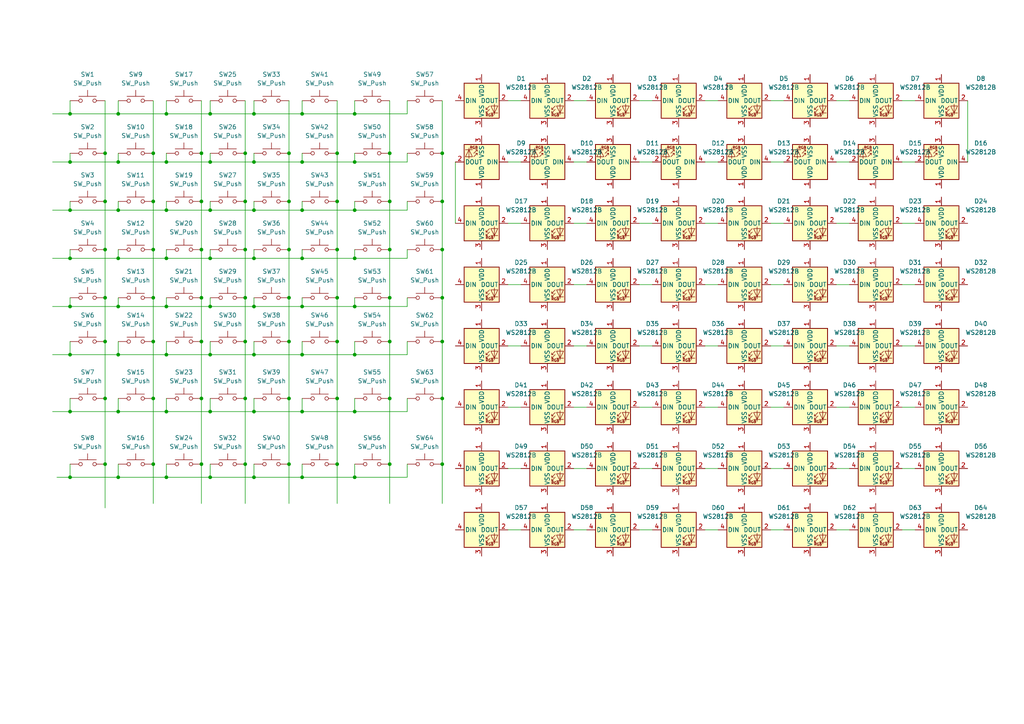
<source format=kicad_sch>
(kicad_sch (version 20250114) (generator "eeschema") (generator_version "9.0")
  (paper "A4")
  (lib_symbols
    (symbol "LED:WS2812B" (pin_names (offset 0.254))
      (property "Reference" "D" (at 5.08 5.715 0))
      (property "Value" "WS2812B" (at 1.27 -5.715 0))
      (symbol "WS2812B_0_0"
        (text "RGB" (at 2.286 -4.191 0) (effects (font (size 0.762 0.762))))
      )
      (symbol "WS2812B_1_1"
        (pin input line (at -7.62 0 0) (length 2.54) (name "DIN") (number "4"))
        (pin power_in line (at 0 7.62 270) (length 2.54) (name "VDD") (number "1"))
        (pin power_in line (at 0 -7.62 90) (length 2.54) (name "VSS") (number "3"))
        (pin output line (at 7.62 0 180) (length 2.54) (name "DOUT") (number "2"))
      )
    )
    (symbol "Switch:SW_Push" (pin_numbers (hide yes)) (pin_names (offset 1.016) (hide yes))
      (property "Reference" "SW" (at 1.27 2.54 0))
      (property "Value" "SW_Push" (at 0 -1.524 0))
      (symbol "SW_Push_0_1"
        (pin passive line (at -5.08 0 0) (length 2.54) (name "1") (number "1"))
        (pin passive line (at 5.08 0 180) (length 2.54) (name "2") (number "2"))
      )
    )
  )
  (junction (at 102.87 88.9))
  (junction (at 83.82 86.36))
  (junction (at 71.12 72.39))
  (junction (at 20.32 60.96))
  (junction (at 44.45 58.42))
  (junction (at 20.32 138.43))
  (junction (at 58.42 115.57))
  (junction (at 71.12 58.42))
  (junction (at 83.82 58.42))
  (junction (at 20.32 33.02))
  (junction (at 34.29 88.9))
  (junction (at 87.63 33.02))
  (junction (at 60.96 33.02))
  (junction (at 44.45 44.45))
  (junction (at 20.32 74.93))
  (junction (at 20.32 119.38))
  (junction (at 97.79 86.36))
  (junction (at 97.79 58.42))
  (junction (at 71.12 86.36))
  (junction (at 73.66 138.43))
  (junction (at 71.12 44.45))
  (junction (at 58.42 58.42))
  (junction (at 71.12 115.57))
  (junction (at 44.45 72.39))
  (junction (at 58.42 134.62))
  (junction (at 48.26 138.43))
  (junction (at 73.66 74.93))
  (junction (at 83.82 44.45))
  (junction (at 87.63 74.93))
  (junction (at 87.63 60.96))
  (junction (at 73.66 46.99))
  (junction (at 34.29 138.43))
  (junction (at 58.42 44.45))
  (junction (at 83.82 134.62))
  (junction (at 73.66 119.38))
  (junction (at 73.66 33.02))
  (junction (at 34.29 33.02))
  (junction (at 87.63 88.9))
  (junction (at 60.96 119.38))
  (junction (at 60.96 102.87))
  (junction (at 128.27 86.36))
  (junction (at 60.96 88.9))
  (junction (at 30.48 134.62))
  (junction (at 113.03 99.06))
  (junction (at 128.27 58.42))
  (junction (at 34.29 74.93))
  (junction (at 30.48 44.45))
  (junction (at 102.87 74.93))
  (junction (at 113.03 58.42))
  (junction (at 60.96 60.96))
  (junction (at 44.45 99.06))
  (junction (at 30.48 72.39))
  (junction (at 20.32 88.9))
  (junction (at 48.26 88.9))
  (junction (at 34.29 102.87))
  (junction (at 83.82 115.57))
  (junction (at 73.66 102.87))
  (junction (at 60.96 46.99))
  (junction (at 48.26 74.93))
  (junction (at 102.87 119.38))
  (junction (at 30.48 99.06))
  (junction (at 113.03 115.57))
  (junction (at 34.29 60.96))
  (junction (at 71.12 99.06))
  (junction (at 102.87 138.43))
  (junction (at 102.87 46.99))
  (junction (at 44.45 86.36))
  (junction (at 113.03 72.39))
  (junction (at 30.48 115.57))
  (junction (at 60.96 138.43))
  (junction (at 87.63 138.43))
  (junction (at 83.82 72.39))
  (junction (at 87.63 119.38))
  (junction (at 48.26 46.99))
  (junction (at 128.27 44.45))
  (junction (at 113.03 134.62))
  (junction (at 44.45 134.62))
  (junction (at 97.79 72.39))
  (junction (at 71.12 134.62))
  (junction (at 34.29 46.99))
  (junction (at 113.03 44.45))
  (junction (at 97.79 44.45))
  (junction (at 102.87 33.02))
  (junction (at 48.26 60.96))
  (junction (at 97.79 115.57))
  (junction (at 73.66 88.9))
  (junction (at 128.27 134.62))
  (junction (at 58.42 99.06))
  (junction (at 20.32 46.99))
  (junction (at 102.87 60.96))
  (junction (at 128.27 72.39))
  (junction (at 87.63 102.87))
  (junction (at 58.42 72.39))
  (junction (at 73.66 60.96))
  (junction (at 113.03 86.36))
  (junction (at 58.42 86.36))
  (junction (at 97.79 134.62))
  (junction (at 102.87 102.87))
  (junction (at 20.32 102.87))
  (junction (at 97.79 99.06))
  (junction (at 44.45 115.57))
  (junction (at 30.48 58.42))
  (junction (at 60.96 74.93))
  (junction (at 83.82 99.06))
  (junction (at 30.48 86.36))
  (junction (at 87.63 46.99))
  (junction (at 48.26 119.38))
  (junction (at 128.27 115.57))
  (junction (at 128.27 99.06))
  (junction (at 48.26 33.02))
  (junction (at 48.26 102.87))
  (junction (at 34.29 119.38))
  (wire (pts (xy 71.12 44.45) (xy 71.12 58.42)))
  (wire (pts (xy 71.12 134.62) (xy 71.12 146.05)))
  (wire (pts (xy 83.82 86.36) (xy 83.82 99.06)))
  (wire (pts (xy 30.48 72.39) (xy 30.48 86.36)))
  (wire (pts (xy 147.32 46.99) (xy 151.13 46.99)))
  (wire (pts (xy 118.11 138.43) (xy 118.11 134.62)))
  (wire (pts (xy 166.37 153.67) (xy 170.18 153.67)))
  (wire (pts (xy 113.03 29.21) (xy 113.03 44.45)))
  (wire (pts (xy 147.32 100.33) (xy 151.13 100.33)))
  (wire (pts (xy 34.29 60.96) (xy 48.26 60.96)))
  (wire (pts (xy 204.47 82.55) (xy 208.28 82.55)))
  (wire (pts (xy 147.32 135.89) (xy 151.13 135.89)))
  (wire (pts (xy 87.63 99.06) (xy 87.63 102.87)))
  (wire (pts (xy 73.66 60.96) (xy 87.63 60.96)))
  (wire (pts (xy 83.82 99.06) (xy 83.82 115.57)))
  (wire (pts (xy 58.42 115.57) (xy 58.42 134.62)))
  (wire (pts (xy 20.32 60.96) (xy 34.29 60.96)))
  (wire (pts (xy 242.57 135.89) (xy 246.38 135.89)))
  (wire (pts (xy 102.87 72.39) (xy 102.87 74.93)))
  (wire (pts (xy 58.42 29.21) (xy 58.42 44.45)))
  (wire (pts (xy 261.62 29.21) (xy 265.43 29.21)))
  (wire (pts (xy 15.24 102.87) (xy 20.32 102.87)))
  (wire (pts (xy 102.87 115.57) (xy 102.87 119.38)))
  (wire (pts (xy 15.24 88.9) (xy 20.32 88.9)))
  (wire (pts (xy 15.24 46.99) (xy 20.32 46.99)))
  (wire (pts (xy 223.52 29.21) (xy 227.33 29.21)))
  (wire (pts (xy 242.57 82.55) (xy 246.38 82.55)))
  (wire (pts (xy 20.32 88.9) (xy 34.29 88.9)))
  (wire (pts (xy 60.96 102.87) (xy 73.66 102.87)))
  (wire (pts (xy 87.63 74.93) (xy 102.87 74.93)))
  (wire (pts (xy 48.26 134.62) (xy 48.26 138.43)))
  (wire (pts (xy 30.48 58.42) (xy 30.48 72.39)))
  (wire (pts (xy 73.66 44.45) (xy 73.66 46.99)))
  (wire (pts (xy 113.03 134.62) (xy 113.03 146.05)))
  (wire (pts (xy 73.66 102.87) (xy 87.63 102.87)))
  (wire (pts (xy 60.96 74.93) (xy 73.66 74.93)))
  (wire (pts (xy 261.62 118.11) (xy 265.43 118.11)))
  (wire (pts (xy 261.62 135.89) (xy 265.43 135.89)))
  (wire (pts (xy 118.11 46.99) (xy 118.11 44.45)))
  (wire (pts (xy 204.47 46.99) (xy 208.28 46.99)))
  (wire (pts (xy 87.63 44.45) (xy 87.63 46.99)))
  (wire (pts (xy 128.27 99.06) (xy 128.27 115.57)))
  (wire (pts (xy 20.32 44.45) (xy 20.32 46.99)))
  (wire (pts (xy 87.63 86.36) (xy 87.63 88.9)))
  (wire (pts (xy 118.11 119.38) (xy 118.11 115.57)))
  (wire (pts (xy 261.62 82.55) (xy 265.43 82.55)))
  (wire (pts (xy 73.66 72.39) (xy 73.66 74.93)))
  (wire (pts (xy 118.11 102.87) (xy 118.11 99.06)))
  (wire (pts (xy 204.47 118.11) (xy 208.28 118.11)))
  (wire (pts (xy 223.52 100.33) (xy 227.33 100.33)))
  (wire (pts (xy 73.66 58.42) (xy 73.66 60.96)))
  (wire (pts (xy 34.29 46.99) (xy 48.26 46.99)))
  (wire (pts (xy 73.66 134.62) (xy 73.66 138.43)))
  (wire (pts (xy 60.96 33.02) (xy 73.66 33.02)))
  (wire (pts (xy 71.12 99.06) (xy 71.12 115.57)))
  (wire (pts (xy 102.87 119.38) (xy 118.11 119.38)))
  (wire (pts (xy 20.32 58.42) (xy 20.32 60.96)))
  (wire (pts (xy 60.96 29.21) (xy 60.96 33.02)))
  (wire (pts (xy 261.62 100.33) (xy 265.43 100.33)))
  (wire (pts (xy 48.26 74.93) (xy 60.96 74.93)))
  (wire (pts (xy 30.48 99.06) (xy 30.48 115.57)))
  (wire (pts (xy 118.11 33.02) (xy 118.11 29.21)))
  (wire (pts (xy 87.63 72.39) (xy 87.63 74.93)))
  (wire (pts (xy 73.66 88.9) (xy 87.63 88.9)))
  (wire (pts (xy 87.63 138.43) (xy 102.87 138.43)))
  (wire (pts (xy 102.87 99.06) (xy 102.87 102.87)))
  (wire (pts (xy 20.32 119.38) (xy 34.29 119.38)))
  (wire (pts (xy 48.26 29.21) (xy 48.26 33.02)))
  (wire (pts (xy 128.27 86.36) (xy 128.27 99.06)))
  (wire (pts (xy 261.62 153.67) (xy 265.43 153.67)))
  (wire (pts (xy 113.03 86.36) (xy 113.03 99.06)))
  (wire (pts (xy 113.03 99.06) (xy 113.03 115.57)))
  (wire (pts (xy 185.42 100.33) (xy 189.23 100.33)))
  (wire (pts (xy 87.63 58.42) (xy 87.63 60.96)))
  (wire (pts (xy 102.87 86.36) (xy 102.87 88.9)))
  (wire (pts (xy 60.96 58.42) (xy 60.96 60.96)))
  (wire (pts (xy 147.32 82.55) (xy 151.13 82.55)))
  (wire (pts (xy 20.32 46.99) (xy 34.29 46.99)))
  (wire (pts (xy 73.66 33.02) (xy 87.63 33.02)))
  (wire (pts (xy 204.47 64.77) (xy 208.28 64.77)))
  (wire (pts (xy 20.32 102.87) (xy 34.29 102.87)))
  (wire (pts (xy 30.48 44.45) (xy 30.48 58.42)))
  (wire (pts (xy 16.51 138.43) (xy 20.32 138.43)))
  (wire (pts (xy 83.82 44.45) (xy 83.82 58.42)))
  (wire (pts (xy 60.96 46.99) (xy 73.66 46.99)))
  (wire (pts (xy 185.42 82.55) (xy 189.23 82.55)))
  (wire (pts (xy 48.26 58.42) (xy 48.26 60.96)))
  (wire (pts (xy 44.45 99.06) (xy 44.45 115.57)))
  (wire (pts (xy 60.96 134.62) (xy 60.96 138.43)))
  (wire (pts (xy 166.37 46.99) (xy 170.18 46.99)))
  (wire (pts (xy 147.32 29.21) (xy 151.13 29.21)))
  (wire (pts (xy 102.87 102.87) (xy 118.11 102.87)))
  (wire (pts (xy 58.42 72.39) (xy 58.42 86.36)))
  (wire (pts (xy 48.26 60.96) (xy 60.96 60.96)))
  (wire (pts (xy 15.24 119.38) (xy 20.32 119.38)))
  (wire (pts (xy 185.42 64.77) (xy 189.23 64.77)))
  (wire (pts (xy 185.42 46.99) (xy 189.23 46.99)))
  (wire (pts (xy 73.66 119.38) (xy 87.63 119.38)))
  (wire (pts (xy 242.57 29.21) (xy 246.38 29.21)))
  (wire (pts (xy 83.82 115.57) (xy 83.82 134.62)))
  (wire (pts (xy 113.03 58.42) (xy 113.03 72.39)))
  (wire (pts (xy 185.42 118.11) (xy 189.23 118.11)))
  (wire (pts (xy 60.96 115.57) (xy 60.96 119.38)))
  (wire (pts (xy 223.52 153.67) (xy 227.33 153.67)))
  (wire (pts (xy 73.66 138.43) (xy 87.63 138.43)))
  (wire (pts (xy 44.45 29.21) (xy 44.45 44.45)))
  (wire (pts (xy 34.29 44.45) (xy 34.29 46.99)))
  (wire (pts (xy 83.82 58.42) (xy 83.82 72.39)))
  (wire (pts (xy 223.52 64.77) (xy 227.33 64.77)))
  (wire (pts (xy 97.79 99.06) (xy 97.79 115.57)))
  (wire (pts (xy 83.82 72.39) (xy 83.82 86.36)))
  (wire (pts (xy 223.52 118.11) (xy 227.33 118.11)))
  (wire (pts (xy 20.32 99.06) (xy 20.32 102.87)))
  (wire (pts (xy 34.29 115.57) (xy 34.29 119.38)))
  (wire (pts (xy 242.57 118.11) (xy 246.38 118.11)))
  (wire (pts (xy 60.96 99.06) (xy 60.96 102.87)))
  (wire (pts (xy 48.26 46.99) (xy 60.96 46.99)))
  (wire (pts (xy 48.26 88.9) (xy 60.96 88.9)))
  (wire (pts (xy 97.79 29.21) (xy 97.79 44.45)))
  (wire (pts (xy 71.12 115.57) (xy 71.12 134.62)))
  (wire (pts (xy 223.52 46.99) (xy 227.33 46.99)))
  (wire (pts (xy 102.87 134.62) (xy 102.87 138.43)))
  (wire (pts (xy 166.37 135.89) (xy 170.18 135.89)))
  (wire (pts (xy 87.63 88.9) (xy 102.87 88.9)))
  (wire (pts (xy 58.42 86.36) (xy 58.42 99.06)))
  (wire (pts (xy 73.66 74.93) (xy 87.63 74.93)))
  (wire (pts (xy 97.79 44.45) (xy 97.79 58.42)))
  (wire (pts (xy 48.26 99.06) (xy 48.26 102.87)))
  (wire (pts (xy 204.47 100.33) (xy 208.28 100.33)))
  (wire (pts (xy 113.03 72.39) (xy 113.03 86.36)))
  (wire (pts (xy 71.12 86.36) (xy 71.12 99.06)))
  (wire (pts (xy 30.48 29.21) (xy 30.48 44.45)))
  (wire (pts (xy 15.24 33.02) (xy 20.32 33.02)))
  (wire (pts (xy 118.11 86.36) (xy 118.11 88.9)))
  (wire (pts (xy 34.29 33.02) (xy 48.26 33.02)))
  (wire (pts (xy 102.87 29.21) (xy 102.87 33.02)))
  (wire (pts (xy 34.29 134.62) (xy 34.29 138.43)))
  (wire (pts (xy 60.96 138.43) (xy 73.66 138.43)))
  (wire (pts (xy 73.66 29.21) (xy 73.66 33.02)))
  (wire (pts (xy 71.12 58.42) (xy 71.12 72.39)))
  (wire (pts (xy 15.24 74.93) (xy 20.32 74.93)))
  (wire (pts (xy 185.42 153.67) (xy 189.23 153.67)))
  (wire (pts (xy 44.45 86.36) (xy 44.45 99.06)))
  (wire (pts (xy 147.32 64.77) (xy 151.13 64.77)))
  (wire (pts (xy 34.29 72.39) (xy 34.29 74.93)))
  (wire (pts (xy 73.66 46.99) (xy 87.63 46.99)))
  (wire (pts (xy 30.48 134.62) (xy 30.48 147.32)))
  (wire (pts (xy 102.87 46.99) (xy 118.11 46.99)))
  (wire (pts (xy 261.62 64.77) (xy 265.43 64.77)))
  (wire (pts (xy 128.27 29.21) (xy 128.27 44.45)))
  (wire (pts (xy 58.42 99.06) (xy 58.42 115.57)))
  (wire (pts (xy 102.87 74.93) (xy 118.11 74.93)))
  (wire (pts (xy 166.37 118.11) (xy 170.18 118.11)))
  (wire (pts (xy 185.42 29.21) (xy 189.23 29.21)))
  (wire (pts (xy 242.57 153.67) (xy 246.38 153.67)))
  (wire (pts (xy 15.24 60.96) (xy 20.32 60.96)))
  (wire (pts (xy 20.32 74.93) (xy 34.29 74.93)))
  (wire (pts (xy 128.27 115.57) (xy 128.27 134.62)))
  (wire (pts (xy 87.63 46.99) (xy 102.87 46.99)))
  (wire (pts (xy 132.08 46.99) (xy 132.08 64.77)))
  (wire (pts (xy 73.66 86.36) (xy 73.66 88.9)))
  (wire (pts (xy 83.82 134.62) (xy 83.82 146.05)))
  (wire (pts (xy 87.63 29.21) (xy 87.63 33.02)))
  (wire (pts (xy 44.45 134.62) (xy 44.45 146.05)))
  (wire (pts (xy 30.48 86.36) (xy 30.48 99.06)))
  (wire (pts (xy 166.37 64.77) (xy 170.18 64.77)))
  (wire (pts (xy 48.26 115.57) (xy 48.26 119.38)))
  (wire (pts (xy 34.29 88.9) (xy 48.26 88.9)))
  (wire (pts (xy 20.32 86.36) (xy 20.32 88.9)))
  (wire (pts (xy 48.26 33.02) (xy 60.96 33.02)))
  (wire (pts (xy 20.32 115.57) (xy 20.32 119.38)))
  (wire (pts (xy 48.26 86.36) (xy 48.26 88.9)))
  (wire (pts (xy 34.29 86.36) (xy 34.29 88.9)))
  (wire (pts (xy 102.87 60.96) (xy 118.11 60.96)))
  (wire (pts (xy 102.87 58.42) (xy 102.87 60.96)))
  (wire (pts (xy 20.32 134.62) (xy 20.32 138.43)))
  (wire (pts (xy 20.32 33.02) (xy 34.29 33.02)))
  (wire (pts (xy 185.42 135.89) (xy 189.23 135.89)))
  (wire (pts (xy 44.45 115.57) (xy 44.45 134.62)))
  (wire (pts (xy 147.32 118.11) (xy 151.13 118.11)))
  (wire (pts (xy 71.12 72.39) (xy 71.12 86.36)))
  (wire (pts (xy 34.29 99.06) (xy 34.29 102.87)))
  (wire (pts (xy 58.42 44.45) (xy 58.42 58.42)))
  (wire (pts (xy 102.87 44.45) (xy 102.87 46.99)))
  (wire (pts (xy 223.52 135.89) (xy 227.33 135.89)))
  (wire (pts (xy 102.87 88.9) (xy 118.11 88.9)))
  (wire (pts (xy 128.27 58.42) (xy 128.27 72.39)))
  (wire (pts (xy 87.63 102.87) (xy 102.87 102.87)))
  (wire (pts (xy 166.37 100.33) (xy 170.18 100.33)))
  (wire (pts (xy 97.79 58.42) (xy 97.79 72.39)))
  (wire (pts (xy 20.32 29.21) (xy 20.32 33.02)))
  (wire (pts (xy 87.63 60.96) (xy 102.87 60.96)))
  (wire (pts (xy 20.32 72.39) (xy 20.32 74.93)))
  (wire (pts (xy 60.96 119.38) (xy 73.66 119.38)))
  (wire (pts (xy 30.48 115.57) (xy 30.48 134.62)))
  (wire (pts (xy 58.42 58.42) (xy 58.42 72.39)))
  (wire (pts (xy 87.63 134.62) (xy 87.63 138.43)))
  (wire (pts (xy 113.03 115.57) (xy 113.03 134.62)))
  (wire (pts (xy 102.87 138.43) (xy 118.11 138.43)))
  (wire (pts (xy 166.37 82.55) (xy 170.18 82.55)))
  (wire (pts (xy 48.26 72.39) (xy 48.26 74.93)))
  (wire (pts (xy 73.66 99.06) (xy 73.66 102.87)))
  (wire (pts (xy 242.57 46.99) (xy 246.38 46.99)))
  (wire (pts (xy 34.29 74.93) (xy 48.26 74.93)))
  (wire (pts (xy 97.79 115.57) (xy 97.79 134.62)))
  (wire (pts (xy 261.62 46.99) (xy 265.43 46.99)))
  (wire (pts (xy 34.29 119.38) (xy 48.26 119.38)))
  (wire (pts (xy 58.42 134.62) (xy 58.42 146.05)))
  (wire (pts (xy 60.96 44.45) (xy 60.96 46.99)))
  (wire (pts (xy 166.37 29.21) (xy 170.18 29.21)))
  (wire (pts (xy 128.27 134.62) (xy 128.27 146.05)))
  (wire (pts (xy 20.32 138.43) (xy 34.29 138.43)))
  (wire (pts (xy 60.96 88.9) (xy 73.66 88.9)))
  (wire (pts (xy 48.26 138.43) (xy 60.96 138.43)))
  (wire (pts (xy 44.45 72.39) (xy 44.45 86.36)))
  (wire (pts (xy 34.29 29.21) (xy 34.29 33.02)))
  (wire (pts (xy 60.96 86.36) (xy 60.96 88.9)))
  (wire (pts (xy 48.26 44.45) (xy 48.26 46.99)))
  (wire (pts (xy 73.66 115.57) (xy 73.66 119.38)))
  (wire (pts (xy 87.63 119.38) (xy 102.87 119.38)))
  (wire (pts (xy 118.11 74.93) (xy 118.11 72.39)))
  (wire (pts (xy 204.47 153.67) (xy 208.28 153.67)))
  (wire (pts (xy 147.32 153.67) (xy 151.13 153.67)))
  (wire (pts (xy 128.27 72.39) (xy 128.27 86.36)))
  (wire (pts (xy 223.52 82.55) (xy 227.33 82.55)))
  (wire (pts (xy 44.45 44.45) (xy 44.45 58.42)))
  (wire (pts (xy 242.57 100.33) (xy 246.38 100.33)))
  (wire (pts (xy 34.29 138.43) (xy 48.26 138.43)))
  (wire (pts (xy 97.79 86.36) (xy 97.79 99.06)))
  (wire (pts (xy 87.63 115.57) (xy 87.63 119.38)))
  (wire (pts (xy 71.12 29.21) (xy 71.12 44.45)))
  (wire (pts (xy 128.27 44.45) (xy 128.27 58.42)))
  (wire (pts (xy 280.67 29.21) (xy 280.67 46.99)))
  (wire (pts (xy 48.26 102.87) (xy 60.96 102.87)))
  (wire (pts (xy 83.82 29.21) (xy 83.82 44.45)))
  (wire (pts (xy 44.45 58.42) (xy 44.45 72.39)))
  (wire (pts (xy 97.79 134.62) (xy 97.79 146.05)))
  (wire (pts (xy 87.63 33.02) (xy 102.87 33.02)))
  (wire (pts (xy 102.87 33.02) (xy 118.11 33.02)))
  (wire (pts (xy 34.29 58.42) (xy 34.29 60.96)))
  (wire (pts (xy 48.26 119.38) (xy 60.96 119.38)))
  (wire (pts (xy 204.47 135.89) (xy 208.28 135.89)))
  (wire (pts (xy 204.47 29.21) (xy 208.28 29.21)))
  (wire (pts (xy 97.79 72.39) (xy 97.79 86.36)))
  (wire (pts (xy 34.29 102.87) (xy 48.26 102.87)))
  (wire (pts (xy 113.03 44.45) (xy 113.03 58.42)))
  (wire (pts (xy 60.96 72.39) (xy 60.96 74.93)))
  (wire (pts (xy 118.11 58.42) (xy 118.11 60.96)))
  (wire (pts (xy 60.96 60.96) (xy 73.66 60.96)))
  (wire (pts (xy 242.57 64.77) (xy 246.38 64.77)))
  (symbol (lib_id "Switch:SW_Push") (at 78.74 115.57 0) (unit 1)
    (property "Reference" "SW39" (at 78.74 107.95 0))
    (property "Value" "SW_Push" (at 78.74 110.49 0))
    (property "Footprint" "mykbd:seat" (effects (hide yes)))
    (property "Description" "Push button switch, generic, two pins" (effects (hide yes)))
  )
  (symbol (lib_id "LED:WS2812B") (at 215.9 135.89 0) (unit 1)
    (property "Reference" "D53" (at 227.33 129.4698 0))
    (property "Value" "WS2812B" (at 227.33 132.0098 0))
    (property "Footprint" "LED_SMD:LED_WS2812B_PLCC4_5.0x5.0mm_P3.2mm" (effects (hide yes)))
    (property "Datasheet" "https://cdn-shop.adafruit.com/datasheets/WS2812B.pdf" (effects (hide yes)))
    (property "Description" "RGB LED with integrated controller" (effects (hide yes)))
  )
  (symbol (lib_id "LED:WS2812B") (at 177.8 82.55 0) (unit 1)
    (property "Reference" "D27" (at 189.23 76.1298 0))
    (property "Value" "WS2812B" (at 189.23 78.6698 0))
    (property "Footprint" "LED_SMD:LED_WS2812B_PLCC4_5.0x5.0mm_P3.2mm" (effects (hide yes)))
    (property "Datasheet" "https://cdn-shop.adafruit.com/datasheets/WS2812B.pdf" (effects (hide yes)))
    (property "Description" "RGB LED with integrated controller" (effects (hide yes)))
  )
  (symbol (lib_id "Switch:SW_Push") (at 123.19 72.39 0) (unit 1)
    (property "Reference" "SW60" (at 123.19 64.77 0))
    (property "Value" "SW_Push" (at 123.19 67.31 0))
    (property "Footprint" "mykbd:seat" (effects (hide yes)))
    (property "Description" "Push button switch, generic, two pins" (effects (hide yes)))
  )
  (symbol (lib_id "LED:WS2812B") (at 254 29.21 0) (unit 1)
    (property "Reference" "D7" (at 265.43 22.7898 0))
    (property "Value" "WS2812B" (at 265.43 25.3298 0))
    (property "Footprint" "LED_SMD:LED_WS2812B_PLCC4_5.0x5.0mm_P3.2mm" (effects (hide yes)))
    (property "Datasheet" "https://cdn-shop.adafruit.com/datasheets/WS2812B.pdf" (effects (hide yes)))
    (property "Description" "RGB LED with integrated controller" (effects (hide yes)))
  )
  (symbol (lib_id "Switch:SW_Push") (at 78.74 29.21 0) (unit 1)
    (property "Reference" "SW33" (at 78.74 21.59 0))
    (property "Value" "SW_Push" (at 78.74 24.13 0))
    (property "Footprint" "mykbd:seat" (effects (hide yes)))
    (property "Description" "Push button switch, generic, two pins" (effects (hide yes)))
  )
  (symbol (lib_id "LED:WS2812B") (at 158.75 100.33 0) (unit 1)
    (property "Reference" "D34" (at 170.18 93.9098 0))
    (property "Value" "WS2812B" (at 170.18 96.4498 0))
    (property "Footprint" "LED_SMD:LED_WS2812B_PLCC4_5.0x5.0mm_P3.2mm" (effects (hide yes)))
    (property "Datasheet" "https://cdn-shop.adafruit.com/datasheets/WS2812B.pdf" (effects (hide yes)))
    (property "Description" "RGB LED with integrated controller" (effects (hide yes)))
  )
  (symbol (lib_id "Switch:SW_Push") (at 107.95 134.62 0) (unit 1)
    (property "Reference" "SW56" (at 107.95 127 0))
    (property "Value" "SW_Push" (at 107.95 129.54 0))
    (property "Footprint" "mykbd:seat" (effects (hide yes)))
    (property "Description" "Push button switch, generic, two pins" (effects (hide yes)))
  )
  (symbol (lib_id "LED:WS2812B") (at 196.85 64.77 0) (unit 1)
    (property "Reference" "D20" (at 208.28 58.3498 0))
    (property "Value" "WS2812B" (at 208.28 60.8898 0))
    (property "Footprint" "LED_SMD:LED_WS2812B_PLCC4_5.0x5.0mm_P3.2mm" (effects (hide yes)))
    (property "Datasheet" "https://cdn-shop.adafruit.com/datasheets/WS2812B.pdf" (effects (hide yes)))
    (property "Description" "RGB LED with integrated controller" (effects (hide yes)))
  )
  (symbol (lib_id "Switch:SW_Push") (at 39.37 29.21 0) (unit 1)
    (property "Reference" "SW9" (at 39.37 21.59 0))
    (property "Value" "SW_Push" (at 39.37 24.13 0))
    (property "Footprint" "mykbd:seat" (effects (hide yes)))
    (property "Description" "Push button switch, generic, two pins" (effects (hide yes)))
  )
  (symbol (lib_id "Switch:SW_Push") (at 39.37 115.57 0) (unit 1)
    (property "Reference" "SW15" (at 39.37 107.95 0))
    (property "Value" "SW_Push" (at 39.37 110.49 0))
    (property "Footprint" "mykbd:seat" (effects (hide yes)))
    (property "Description" "Push button switch, generic, two pins" (effects (hide yes)))
  )
  (symbol (lib_id "LED:WS2812B") (at 158.75 46.99 180) (unit 1)
    (property "Reference" "D10" (at 170.18 41.5446 0))
    (property "Value" "WS2812B" (at 170.18 44.0846 0))
    (property "Footprint" "LED_SMD:LED_WS2812B_PLCC4_5.0x5.0mm_P3.2mm" (effects (hide yes)))
    (property "Datasheet" "https://cdn-shop.adafruit.com/datasheets/WS2812B.pdf" (effects (hide yes)))
    (property "Description" "RGB LED with integrated controller" (effects (hide yes)))
  )
  (symbol (lib_id "Switch:SW_Push") (at 107.95 58.42 0) (unit 1)
    (property "Reference" "SW51" (at 107.95 50.8 0))
    (property "Value" "SW_Push" (at 107.95 53.34 0))
    (property "Footprint" "mykbd:seat" (effects (hide yes)))
    (property "Description" "Push button switch, generic, two pins" (effects (hide yes)))
  )
  (symbol (lib_id "LED:WS2812B") (at 254 46.99 180) (unit 1)
    (property "Reference" "D15" (at 265.43 41.5446 0))
    (property "Value" "WS2812B" (at 265.43 44.0846 0))
    (property "Footprint" "LED_SMD:LED_WS2812B_PLCC4_5.0x5.0mm_P3.2mm" (effects (hide yes)))
    (property "Datasheet" "https://cdn-shop.adafruit.com/datasheets/WS2812B.pdf" (effects (hide yes)))
    (property "Description" "RGB LED with integrated controller" (effects (hide yes)))
  )
  (symbol (lib_id "LED:WS2812B") (at 273.05 46.99 180) (unit 1)
    (property "Reference" "D16" (at 284.48 41.5446 0))
    (property "Value" "WS2812B" (at 284.48 44.0846 0))
    (property "Footprint" "LED_SMD:LED_WS2812B_PLCC4_5.0x5.0mm_P3.2mm" (effects (hide yes)))
    (property "Datasheet" "https://cdn-shop.adafruit.com/datasheets/WS2812B.pdf" (effects (hide yes)))
    (property "Description" "RGB LED with integrated controller" (effects (hide yes)))
  )
  (symbol (lib_id "LED:WS2812B") (at 215.9 118.11 0) (unit 1)
    (property "Reference" "D45" (at 227.33 111.6898 0))
    (property "Value" "WS2812B" (at 227.33 114.2298 0))
    (property "Footprint" "LED_SMD:LED_WS2812B_PLCC4_5.0x5.0mm_P3.2mm" (effects (hide yes)))
    (property "Datasheet" "https://cdn-shop.adafruit.com/datasheets/WS2812B.pdf" (effects (hide yes)))
    (property "Description" "RGB LED with integrated controller" (effects (hide yes)))
  )
  (symbol (lib_id "Switch:SW_Push") (at 107.95 44.45 0) (unit 1)
    (property "Reference" "SW50" (at 107.95 36.83 0))
    (property "Value" "SW_Push" (at 107.95 39.37 0))
    (property "Footprint" "mykbd:seat" (effects (hide yes)))
    (property "Description" "Push button switch, generic, two pins" (effects (hide yes)))
  )
  (symbol (lib_id "Switch:SW_Push") (at 25.4 99.06 0) (unit 1)
    (property "Reference" "SW6" (at 25.4 91.44 0))
    (property "Value" "SW_Push" (at 25.4 93.98 0))
    (property "Footprint" "mykbd:seat" (effects (hide yes)))
    (property "Description" "Push button switch, generic, two pins" (effects (hide yes)))
  )
  (symbol (lib_id "LED:WS2812B") (at 139.7 29.21 0) (unit 1)
    (property "Reference" "D1" (at 151.13 22.7898 0))
    (property "Value" "WS2812B" (at 151.13 25.3298 0))
    (property "Footprint" "LED_SMD:LED_WS2812B_PLCC4_5.0x5.0mm_P3.2mm" (effects (hide yes)))
    (property "Datasheet" "https://cdn-shop.adafruit.com/datasheets/WS2812B.pdf" (effects (hide yes)))
    (property "Description" "RGB LED with integrated controller" (effects (hide yes)))
  )
  (symbol (lib_id "LED:WS2812B") (at 234.95 29.21 0) (unit 1)
    (property "Reference" "D6" (at 246.38 22.7898 0))
    (property "Value" "WS2812B" (at 246.38 25.3298 0))
    (property "Footprint" "LED_SMD:LED_WS2812B_PLCC4_5.0x5.0mm_P3.2mm" (effects (hide yes)))
    (property "Datasheet" "https://cdn-shop.adafruit.com/datasheets/WS2812B.pdf" (effects (hide yes)))
    (property "Description" "RGB LED with integrated controller" (effects (hide yes)))
  )
  (symbol (lib_id "Switch:SW_Push") (at 53.34 29.21 0) (unit 1)
    (property "Reference" "SW17" (at 53.34 21.59 0))
    (property "Value" "SW_Push" (at 53.34 24.13 0))
    (property "Footprint" "mykbd:seat" (effects (hide yes)))
    (property "Description" "Push button switch, generic, two pins" (effects (hide yes)))
  )
  (symbol (lib_id "Switch:SW_Push") (at 39.37 72.39 0) (unit 1)
    (property "Reference" "SW12" (at 39.37 64.77 0))
    (property "Value" "SW_Push" (at 39.37 67.31 0))
    (property "Footprint" "mykbd:seat" (effects (hide yes)))
    (property "Description" "Push button switch, generic, two pins" (effects (hide yes)))
  )
  (symbol (lib_id "LED:WS2812B") (at 177.8 153.67 0) (unit 1)
    (property "Reference" "D59" (at 189.23 147.2498 0))
    (property "Value" "WS2812B" (at 189.23 149.7898 0))
    (property "Footprint" "LED_SMD:LED_WS2812B_PLCC4_5.0x5.0mm_P3.2mm" (effects (hide yes)))
    (property "Datasheet" "https://cdn-shop.adafruit.com/datasheets/WS2812B.pdf" (effects (hide yes)))
    (property "Description" "RGB LED with integrated controller" (effects (hide yes)))
  )
  (symbol (lib_id "LED:WS2812B") (at 234.95 46.99 180) (unit 1)
    (property "Reference" "D14" (at 246.38 41.5446 0))
    (property "Value" "WS2812B" (at 246.38 44.0846 0))
    (property "Footprint" "LED_SMD:LED_WS2812B_PLCC4_5.0x5.0mm_P3.2mm" (effects (hide yes)))
    (property "Datasheet" "https://cdn-shop.adafruit.com/datasheets/WS2812B.pdf" (effects (hide yes)))
    (property "Description" "RGB LED with integrated controller" (effects (hide yes)))
  )
  (symbol (lib_id "Switch:SW_Push") (at 25.4 58.42 0) (unit 1)
    (property "Reference" "SW3" (at 25.4 50.8 0))
    (property "Value" "SW_Push" (at 25.4 53.34 0))
    (property "Footprint" "mykbd:seat" (effects (hide yes)))
    (property "Description" "Push button switch, generic, two pins" (effects (hide yes)))
  )
  (symbol (lib_id "Switch:SW_Push") (at 123.19 58.42 0) (unit 1)
    (property "Reference" "SW59" (at 123.19 50.8 0))
    (property "Value" "SW_Push" (at 123.19 53.34 0))
    (property "Footprint" "mykbd:seat" (effects (hide yes)))
    (property "Description" "Push button switch, generic, two pins" (effects (hide yes)))
  )
  (symbol (lib_id "Switch:SW_Push") (at 92.71 44.45 0) (unit 1)
    (property "Reference" "SW42" (at 92.71 36.83 0))
    (property "Value" "SW_Push" (at 92.71 39.37 0))
    (property "Footprint" "mykbd:seat" (effects (hide yes)))
    (property "Description" "Push button switch, generic, two pins" (effects (hide yes)))
  )
  (symbol (lib_id "LED:WS2812B") (at 215.9 29.21 0) (unit 1)
    (property "Reference" "D5" (at 227.33 22.7898 0))
    (property "Value" "WS2812B" (at 227.33 25.3298 0))
    (property "Footprint" "LED_SMD:LED_WS2812B_PLCC4_5.0x5.0mm_P3.2mm" (effects (hide yes)))
    (property "Datasheet" "https://cdn-shop.adafruit.com/datasheets/WS2812B.pdf" (effects (hide yes)))
    (property "Description" "RGB LED with integrated controller" (effects (hide yes)))
  )
  (symbol (lib_id "LED:WS2812B") (at 177.8 64.77 0) (unit 1)
    (property "Reference" "D19" (at 189.23 58.3498 0))
    (property "Value" "WS2812B" (at 189.23 60.8898 0))
    (property "Footprint" "LED_SMD:LED_WS2812B_PLCC4_5.0x5.0mm_P3.2mm" (effects (hide yes)))
    (property "Datasheet" "https://cdn-shop.adafruit.com/datasheets/WS2812B.pdf" (effects (hide yes)))
    (property "Description" "RGB LED with integrated controller" (effects (hide yes)))
  )
  (symbol (lib_id "Switch:SW_Push") (at 39.37 99.06 0) (unit 1)
    (property "Reference" "SW14" (at 39.37 91.44 0))
    (property "Value" "SW_Push" (at 39.37 93.98 0))
    (property "Footprint" "mykbd:seat" (effects (hide yes)))
    (property "Description" "Push button switch, generic, two pins" (effects (hide yes)))
  )
  (symbol (lib_id "LED:WS2812B") (at 177.8 118.11 0) (unit 1)
    (property "Reference" "D43" (at 189.23 111.6898 0))
    (property "Value" "WS2812B" (at 189.23 114.2298 0))
    (property "Footprint" "LED_SMD:LED_WS2812B_PLCC4_5.0x5.0mm_P3.2mm" (effects (hide yes)))
    (property "Datasheet" "https://cdn-shop.adafruit.com/datasheets/WS2812B.pdf" (effects (hide yes)))
    (property "Description" "RGB LED with integrated controller" (effects (hide yes)))
  )
  (symbol (lib_id "LED:WS2812B") (at 196.85 100.33 0) (unit 1)
    (property "Reference" "D36" (at 208.28 93.9098 0))
    (property "Value" "WS2812B" (at 208.28 96.4498 0))
    (property "Footprint" "LED_SMD:LED_WS2812B_PLCC4_5.0x5.0mm_P3.2mm" (effects (hide yes)))
    (property "Datasheet" "https://cdn-shop.adafruit.com/datasheets/WS2812B.pdf" (effects (hide yes)))
    (property "Description" "RGB LED with integrated controller" (effects (hide yes)))
  )
  (symbol (lib_id "Switch:SW_Push") (at 53.34 58.42 0) (unit 1)
    (property "Reference" "SW19" (at 53.34 50.8 0))
    (property "Value" "SW_Push" (at 53.34 53.34 0))
    (property "Footprint" "mykbd:seat" (effects (hide yes)))
    (property "Description" "Push button switch, generic, two pins" (effects (hide yes)))
  )
  (symbol (lib_id "Switch:SW_Push") (at 78.74 72.39 0) (unit 1)
    (property "Reference" "SW36" (at 78.74 64.77 0))
    (property "Value" "SW_Push" (at 78.74 67.31 0))
    (property "Footprint" "mykbd:seat" (effects (hide yes)))
    (property "Description" "Push button switch, generic, two pins" (effects (hide yes)))
  )
  (symbol (lib_id "Switch:SW_Push") (at 39.37 44.45 0) (unit 1)
    (property "Reference" "SW10" (at 39.37 36.83 0))
    (property "Value" "SW_Push" (at 39.37 39.37 0))
    (property "Footprint" "mykbd:seat" (effects (hide yes)))
    (property "Description" "Push button switch, generic, two pins" (effects (hide yes)))
  )
  (symbol (lib_id "Switch:SW_Push") (at 39.37 134.62 0) (unit 1)
    (property "Reference" "SW16" (at 39.37 127 0))
    (property "Value" "SW_Push" (at 39.37 129.54 0))
    (property "Footprint" "mykbd:seat" (effects (hide yes)))
    (property "Description" "Push button switch, generic, two pins" (effects (hide yes)))
  )
  (symbol (lib_id "Switch:SW_Push") (at 92.71 29.21 0) (unit 1)
    (property "Reference" "SW41" (at 92.71 21.59 0))
    (property "Value" "SW_Push" (at 92.71 24.13 0))
    (property "Footprint" "mykbd:seat" (effects (hide yes)))
    (property "Description" "Push button switch, generic, two pins" (effects (hide yes)))
  )
  (symbol (lib_id "LED:WS2812B") (at 177.8 46.99 180) (unit 1)
    (property "Reference" "D11" (at 189.23 41.5446 0))
    (property "Value" "WS2812B" (at 189.23 44.0846 0))
    (property "Footprint" "LED_SMD:LED_WS2812B_PLCC4_5.0x5.0mm_P3.2mm" (effects (hide yes)))
    (property "Datasheet" "https://cdn-shop.adafruit.com/datasheets/WS2812B.pdf" (effects (hide yes)))
    (property "Description" "RGB LED with integrated controller" (effects (hide yes)))
  )
  (symbol (lib_id "Switch:SW_Push") (at 92.71 134.62 0) (unit 1)
    (property "Reference" "SW48" (at 92.71 127 0))
    (property "Value" "SW_Push" (at 92.71 129.54 0))
    (property "Footprint" "mykbd:seat" (effects (hide yes)))
    (property "Description" "Push button switch, generic, two pins" (effects (hide yes)))
  )
  (symbol (lib_id "LED:WS2812B") (at 177.8 100.33 0) (unit 1)
    (property "Reference" "D35" (at 189.23 93.9098 0))
    (property "Value" "WS2812B" (at 189.23 96.4498 0))
    (property "Footprint" "LED_SMD:LED_WS2812B_PLCC4_5.0x5.0mm_P3.2mm" (effects (hide yes)))
    (property "Datasheet" "https://cdn-shop.adafruit.com/datasheets/WS2812B.pdf" (effects (hide yes)))
    (property "Description" "RGB LED with integrated controller" (effects (hide yes)))
  )
  (symbol (lib_id "Switch:SW_Push") (at 92.71 72.39 0) (unit 1)
    (property "Reference" "SW44" (at 92.71 64.77 0))
    (property "Value" "SW_Push" (at 92.71 67.31 0))
    (property "Footprint" "mykbd:seat" (effects (hide yes)))
    (property "Description" "Push button switch, generic, two pins" (effects (hide yes)))
  )
  (symbol (lib_id "LED:WS2812B") (at 215.9 82.55 0) (unit 1)
    (property "Reference" "D29" (at 227.33 76.1298 0))
    (property "Value" "WS2812B" (at 227.33 78.6698 0))
    (property "Footprint" "LED_SMD:LED_WS2812B_PLCC4_5.0x5.0mm_P3.2mm" (effects (hide yes)))
    (property "Datasheet" "https://cdn-shop.adafruit.com/datasheets/WS2812B.pdf" (effects (hide yes)))
    (property "Description" "RGB LED with integrated controller" (effects (hide yes)))
  )
  (symbol (lib_id "LED:WS2812B") (at 215.9 100.33 0) (unit 1)
    (property "Reference" "D37" (at 227.33 93.9098 0))
    (property "Value" "WS2812B" (at 227.33 96.4498 0))
    (property "Footprint" "LED_SMD:LED_WS2812B_PLCC4_5.0x5.0mm_P3.2mm" (effects (hide yes)))
    (property "Datasheet" "https://cdn-shop.adafruit.com/datasheets/WS2812B.pdf" (effects (hide yes)))
    (property "Description" "RGB LED with integrated controller" (effects (hide yes)))
  )
  (symbol (lib_id "LED:WS2812B") (at 158.75 153.67 0) (unit 1)
    (property "Reference" "D58" (at 170.18 147.2498 0))
    (property "Value" "WS2812B" (at 170.18 149.7898 0))
    (property "Footprint" "LED_SMD:LED_WS2812B_PLCC4_5.0x5.0mm_P3.2mm" (effects (hide yes)))
    (property "Datasheet" "https://cdn-shop.adafruit.com/datasheets/WS2812B.pdf" (effects (hide yes)))
    (property "Description" "RGB LED with integrated controller" (effects (hide yes)))
  )
  (symbol (lib_id "LED:WS2812B") (at 139.7 64.77 0) (unit 1)
    (property "Reference" "D17" (at 151.13 58.3498 0))
    (property "Value" "WS2812B" (at 151.13 60.8898 0))
    (property "Footprint" "LED_SMD:LED_WS2812B_PLCC4_5.0x5.0mm_P3.2mm" (effects (hide yes)))
    (property "Datasheet" "https://cdn-shop.adafruit.com/datasheets/WS2812B.pdf" (effects (hide yes)))
    (property "Description" "RGB LED with integrated controller" (effects (hide yes)))
  )
  (symbol (lib_id "LED:WS2812B") (at 139.7 153.67 0) (unit 1)
    (property "Reference" "D57" (at 151.13 147.2498 0))
    (property "Value" "WS2812B" (at 151.13 149.7898 0))
    (property "Footprint" "LED_SMD:LED_WS2812B_PLCC4_5.0x5.0mm_P3.2mm" (effects (hide yes)))
    (property "Datasheet" "https://cdn-shop.adafruit.com/datasheets/WS2812B.pdf" (effects (hide yes)))
    (property "Description" "RGB LED with integrated controller" (effects (hide yes)))
  )
  (symbol (lib_id "Switch:SW_Push") (at 107.95 86.36 0) (unit 1)
    (property "Reference" "SW53" (at 107.95 78.74 0))
    (property "Value" "SW_Push" (at 107.95 81.28 0))
    (property "Footprint" "mykbd:seat" (effects (hide yes)))
    (property "Description" "Push button switch, generic, two pins" (effects (hide yes)))
  )
  (symbol (lib_id "LED:WS2812B") (at 273.05 64.77 0) (unit 1)
    (property "Reference" "D24" (at 284.48 58.3498 0))
    (property "Value" "WS2812B" (at 284.48 60.8898 0))
    (property "Footprint" "LED_SMD:LED_WS2812B_PLCC4_5.0x5.0mm_P3.2mm" (effects (hide yes)))
    (property "Datasheet" "https://cdn-shop.adafruit.com/datasheets/WS2812B.pdf" (effects (hide yes)))
    (property "Description" "RGB LED with integrated controller" (effects (hide yes)))
  )
  (symbol (lib_id "Switch:SW_Push") (at 25.4 134.62 0) (unit 1)
    (property "Reference" "SW8" (at 25.4 127 0))
    (property "Value" "SW_Push" (at 25.4 129.54 0))
    (property "Footprint" "mykbd:seat" (effects (hide yes)))
    (property "Description" "Push button switch, generic, two pins" (effects (hide yes)))
  )
  (symbol (lib_id "Switch:SW_Push") (at 123.19 44.45 0) (unit 1)
    (property "Reference" "SW58" (at 123.19 36.83 0))
    (property "Value" "SW_Push" (at 123.19 39.37 0))
    (property "Footprint" "mykbd:seat" (effects (hide yes)))
    (property "Description" "Push button switch, generic, two pins" (effects (hide yes)))
  )
  (symbol (lib_id "LED:WS2812B") (at 158.75 135.89 0) (unit 1)
    (property "Reference" "D50" (at 170.18 129.4698 0))
    (property "Value" "WS2812B" (at 170.18 132.0098 0))
    (property "Footprint" "LED_SMD:LED_WS2812B_PLCC4_5.0x5.0mm_P3.2mm" (effects (hide yes)))
    (property "Datasheet" "https://cdn-shop.adafruit.com/datasheets/WS2812B.pdf" (effects (hide yes)))
    (property "Description" "RGB LED with integrated controller" (effects (hide yes)))
  )
  (symbol (lib_id "Switch:SW_Push") (at 78.74 99.06 0) (unit 1)
    (property "Reference" "SW38" (at 78.74 91.44 0))
    (property "Value" "SW_Push" (at 78.74 93.98 0))
    (property "Footprint" "mykbd:seat" (effects (hide yes)))
    (property "Description" "Push button switch, generic, two pins" (effects (hide yes)))
  )
  (symbol (lib_id "Switch:SW_Push") (at 78.74 58.42 0) (unit 1)
    (property "Reference" "SW35" (at 78.74 50.8 0))
    (property "Value" "SW_Push" (at 78.74 53.34 0))
    (property "Footprint" "mykbd:seat" (effects (hide yes)))
    (property "Description" "Push button switch, generic, two pins" (effects (hide yes)))
  )
  (symbol (lib_id "Switch:SW_Push") (at 123.19 134.62 0) (unit 1)
    (property "Reference" "SW64" (at 123.19 127 0))
    (property "Value" "SW_Push" (at 123.19 129.54 0))
    (property "Footprint" "mykbd:seat" (effects (hide yes)))
    (property "Description" "Push button switch, generic, two pins" (effects (hide yes)))
  )
  (symbol (lib_id "Switch:SW_Push") (at 66.04 72.39 0) (unit 1)
    (property "Reference" "SW28" (at 66.04 64.77 0))
    (property "Value" "SW_Push" (at 66.04 67.31 0))
    (property "Footprint" "mykbd:seat" (effects (hide yes)))
    (property "Description" "Push button switch, generic, two pins" (effects (hide yes)))
  )
  (symbol (lib_id "Switch:SW_Push") (at 25.4 86.36 0) (unit 1)
    (property "Reference" "SW5" (at 25.4 78.74 0))
    (property "Value" "SW_Push" (at 25.4 81.28 0))
    (property "Footprint" "mykbd:seat" (effects (hide yes)))
    (property "Description" "Push button switch, generic, two pins" (effects (hide yes)))
  )
  (symbol (lib_id "LED:WS2812B") (at 196.85 82.55 0) (unit 1)
    (property "Reference" "D28" (at 208.28 76.1298 0))
    (property "Value" "WS2812B" (at 208.28 78.6698 0))
    (property "Footprint" "LED_SMD:LED_WS2812B_PLCC4_5.0x5.0mm_P3.2mm" (effects (hide yes)))
    (property "Datasheet" "https://cdn-shop.adafruit.com/datasheets/WS2812B.pdf" (effects (hide yes)))
    (property "Description" "RGB LED with integrated controller" (effects (hide yes)))
  )
  (symbol (lib_id "Switch:SW_Push") (at 123.19 115.57 0) (unit 1)
    (property "Reference" "SW63" (at 123.19 107.95 0))
    (property "Value" "SW_Push" (at 123.19 110.49 0))
    (property "Footprint" "mykbd:seat" (effects (hide yes)))
    (property "Description" "Push button switch, generic, two pins" (effects (hide yes)))
  )
  (symbol (lib_id "Switch:SW_Push") (at 66.04 86.36 0) (unit 1)
    (property "Reference" "SW29" (at 66.04 78.74 0))
    (property "Value" "SW_Push" (at 66.04 81.28 0))
    (property "Footprint" "mykbd:seat" (effects (hide yes)))
    (property "Description" "Push button switch, generic, two pins" (effects (hide yes)))
  )
  (symbol (lib_id "Switch:SW_Push") (at 78.74 86.36 0) (unit 1)
    (property "Reference" "SW37" (at 78.74 78.74 0))
    (property "Value" "SW_Push" (at 78.74 81.28 0))
    (property "Footprint" "mykbd:seat" (effects (hide yes)))
    (property "Description" "Push button switch, generic, two pins" (effects (hide yes)))
  )
  (symbol (lib_id "LED:WS2812B") (at 234.95 153.67 0) (unit 1)
    (property "Reference" "D62" (at 246.38 147.2498 0))
    (property "Value" "WS2812B" (at 246.38 149.7898 0))
    (property "Footprint" "LED_SMD:LED_WS2812B_PLCC4_5.0x5.0mm_P3.2mm" (effects (hide yes)))
    (property "Datasheet" "https://cdn-shop.adafruit.com/datasheets/WS2812B.pdf" (effects (hide yes)))
    (property "Description" "RGB LED with integrated controller" (effects (hide yes)))
  )
  (symbol (lib_id "LED:WS2812B") (at 158.75 29.21 0) (unit 1)
    (property "Reference" "D2" (at 170.18 22.7898 0))
    (property "Value" "WS2812B" (at 170.18 25.3298 0))
    (property "Footprint" "LED_SMD:LED_WS2812B_PLCC4_5.0x5.0mm_P3.2mm" (effects (hide yes)))
    (property "Datasheet" "https://cdn-shop.adafruit.com/datasheets/WS2812B.pdf" (effects (hide yes)))
    (property "Description" "RGB LED with integrated controller" (effects (hide yes)))
  )
  (symbol (lib_id "Switch:SW_Push") (at 25.4 44.45 0) (unit 1)
    (property "Reference" "SW2" (at 25.4 36.83 0))
    (property "Value" "SW_Push" (at 25.4 39.37 0))
    (property "Footprint" "mykbd:seat" (effects (hide yes)))
    (property "Description" "Push button switch, generic, two pins" (effects (hide yes)))
  )
  (symbol (lib_id "Switch:SW_Push") (at 107.95 29.21 0) (unit 1)
    (property "Reference" "SW49" (at 107.95 21.59 0))
    (property "Value" "SW_Push" (at 107.95 24.13 0))
    (property "Footprint" "mykbd:seat" (effects (hide yes)))
    (property "Description" "Push button switch, generic, two pins" (effects (hide yes)))
  )
  (symbol (lib_id "LED:WS2812B") (at 177.8 29.21 0) (unit 1)
    (property "Reference" "D3" (at 189.23 22.7898 0))
    (property "Value" "WS2812B" (at 189.23 25.3298 0))
    (property "Footprint" "LED_SMD:LED_WS2812B_PLCC4_5.0x5.0mm_P3.2mm" (effects (hide yes)))
    (property "Datasheet" "https://cdn-shop.adafruit.com/datasheets/WS2812B.pdf" (effects (hide yes)))
    (property "Description" "RGB LED with integrated controller" (effects (hide yes)))
  )
  (symbol (lib_id "Switch:SW_Push") (at 53.34 99.06 0) (unit 1)
    (property "Reference" "SW22" (at 53.34 91.44 0))
    (property "Value" "SW_Push" (at 53.34 93.98 0))
    (property "Footprint" "mykbd:seat" (effects (hide yes)))
    (property "Description" "Push button switch, generic, two pins" (effects (hide yes)))
  )
  (symbol (lib_id "LED:WS2812B") (at 139.7 135.89 0) (unit 1)
    (property "Reference" "D49" (at 151.13 129.4698 0))
    (property "Value" "WS2812B" (at 151.13 132.0098 0))
    (property "Footprint" "LED_SMD:LED_WS2812B_PLCC4_5.0x5.0mm_P3.2mm" (effects (hide yes)))
    (property "Datasheet" "https://cdn-shop.adafruit.com/datasheets/WS2812B.pdf" (effects (hide yes)))
    (property "Description" "RGB LED with integrated controller" (effects (hide yes)))
  )
  (symbol (lib_id "LED:WS2812B") (at 254 82.55 0) (unit 1)
    (property "Reference" "D31" (at 265.43 76.1298 0))
    (property "Value" "WS2812B" (at 265.43 78.6698 0))
    (property "Footprint" "LED_SMD:LED_WS2812B_PLCC4_5.0x5.0mm_P3.2mm" (effects (hide yes)))
    (property "Datasheet" "https://cdn-shop.adafruit.com/datasheets/WS2812B.pdf" (effects (hide yes)))
    (property "Description" "RGB LED with integrated controller" (effects (hide yes)))
  )
  (symbol (lib_id "LED:WS2812B") (at 234.95 64.77 0) (unit 1)
    (property "Reference" "D22" (at 246.38 58.3498 0))
    (property "Value" "WS2812B" (at 246.38 60.8898 0))
    (property "Footprint" "LED_SMD:LED_WS2812B_PLCC4_5.0x5.0mm_P3.2mm" (effects (hide yes)))
    (property "Datasheet" "https://cdn-shop.adafruit.com/datasheets/WS2812B.pdf" (effects (hide yes)))
    (property "Description" "RGB LED with integrated controller" (effects (hide yes)))
  )
  (symbol (lib_id "Switch:SW_Push") (at 107.95 115.57 0) (unit 1)
    (property "Reference" "SW55" (at 107.95 107.95 0))
    (property "Value" "SW_Push" (at 107.95 110.49 0))
    (property "Footprint" "mykbd:seat" (effects (hide yes)))
    (property "Description" "Push button switch, generic, two pins" (effects (hide yes)))
  )
  (symbol (lib_id "Switch:SW_Push") (at 107.95 72.39 0) (unit 1)
    (property "Reference" "SW52" (at 107.95 64.77 0))
    (property "Value" "SW_Push" (at 107.95 67.31 0))
    (property "Footprint" "mykbd:seat" (effects (hide yes)))
    (property "Description" "Push button switch, generic, two pins" (effects (hide yes)))
  )
  (symbol (lib_id "Switch:SW_Push") (at 66.04 44.45 0) (unit 1)
    (property "Reference" "SW26" (at 66.04 36.83 0))
    (property "Value" "SW_Push" (at 66.04 39.37 0))
    (property "Footprint" "mykbd:seat" (effects (hide yes)))
    (property "Description" "Push button switch, generic, two pins" (effects (hide yes)))
  )
  (symbol (lib_id "Switch:SW_Push") (at 92.71 86.36 0) (unit 1)
    (property "Reference" "SW45" (at 92.71 78.74 0))
    (property "Value" "SW_Push" (at 92.71 81.28 0))
    (property "Footprint" "mykbd:seat" (effects (hide yes)))
    (property "Description" "Push button switch, generic, two pins" (effects (hide yes)))
  )
  (symbol (lib_id "Switch:SW_Push") (at 123.19 86.36 0) (unit 1)
    (property "Reference" "SW61" (at 123.19 78.74 0))
    (property "Value" "SW_Push" (at 123.19 81.28 0))
    (property "Footprint" "mykbd:seat" (effects (hide yes)))
    (property "Description" "Push button switch, generic, two pins" (effects (hide yes)))
  )
  (symbol (lib_id "LED:WS2812B") (at 196.85 46.99 180) (unit 1)
    (property "Reference" "D12" (at 208.28 41.5446 0))
    (property "Value" "WS2812B" (at 208.28 44.0846 0))
    (property "Footprint" "LED_SMD:LED_WS2812B_PLCC4_5.0x5.0mm_P3.2mm" (effects (hide yes)))
    (property "Datasheet" "https://cdn-shop.adafruit.com/datasheets/WS2812B.pdf" (effects (hide yes)))
    (property "Description" "RGB LED with integrated controller" (effects (hide yes)))
  )
  (symbol (lib_id "Switch:SW_Push") (at 53.34 134.62 0) (unit 1)
    (property "Reference" "SW24" (at 53.34 127 0))
    (property "Value" "SW_Push" (at 53.34 129.54 0))
    (property "Footprint" "mykbd:seat" (effects (hide yes)))
    (property "Description" "Push button switch, generic, two pins" (effects (hide yes)))
  )
  (symbol (lib_id "LED:WS2812B") (at 273.05 118.11 0) (unit 1)
    (property "Reference" "D48" (at 284.48 111.6898 0))
    (property "Value" "WS2812B" (at 284.48 114.2298 0))
    (property "Footprint" "LED_SMD:LED_WS2812B_PLCC4_5.0x5.0mm_P3.2mm" (effects (hide yes)))
    (property "Datasheet" "https://cdn-shop.adafruit.com/datasheets/WS2812B.pdf" (effects (hide yes)))
    (property "Description" "RGB LED with integrated controller" (effects (hide yes)))
  )
  (symbol (lib_id "LED:WS2812B") (at 234.95 118.11 0) (unit 1)
    (property "Reference" "D46" (at 246.38 111.6898 0))
    (property "Value" "WS2812B" (at 246.38 114.2298 0))
    (property "Footprint" "LED_SMD:LED_WS2812B_PLCC4_5.0x5.0mm_P3.2mm" (effects (hide yes)))
    (property "Datasheet" "https://cdn-shop.adafruit.com/datasheets/WS2812B.pdf" (effects (hide yes)))
    (property "Description" "RGB LED with integrated controller" (effects (hide yes)))
  )
  (symbol (lib_id "LED:WS2812B") (at 273.05 29.21 0) (unit 1)
    (property "Reference" "D8" (at 284.48 22.7898 0))
    (property "Value" "WS2812B" (at 284.48 25.3298 0))
    (property "Footprint" "LED_SMD:LED_WS2812B_PLCC4_5.0x5.0mm_P3.2mm" (effects (hide yes)))
    (property "Datasheet" "https://cdn-shop.adafruit.com/datasheets/WS2812B.pdf" (effects (hide yes)))
    (property "Description" "RGB LED with integrated controller" (effects (hide yes)))
  )
  (symbol (lib_id "LED:WS2812B") (at 158.75 64.77 0) (unit 1)
    (property "Reference" "D18" (at 170.18 58.3498 0))
    (property "Value" "WS2812B" (at 170.18 60.8898 0))
    (property "Footprint" "LED_SMD:LED_WS2812B_PLCC4_5.0x5.0mm_P3.2mm" (effects (hide yes)))
    (property "Datasheet" "https://cdn-shop.adafruit.com/datasheets/WS2812B.pdf" (effects (hide yes)))
    (property "Description" "RGB LED with integrated controller" (effects (hide yes)))
  )
  (symbol (lib_id "Switch:SW_Push") (at 25.4 115.57 0) (unit 1)
    (property "Reference" "SW7" (at 25.4 107.95 0))
    (property "Value" "SW_Push" (at 25.4 110.49 0))
    (property "Footprint" "mykbd:seat" (effects (hide yes)))
    (property "Description" "Push button switch, generic, two pins" (effects (hide yes)))
  )
  (symbol (lib_id "Switch:SW_Push") (at 78.74 44.45 0) (unit 1)
    (property "Reference" "SW34" (at 78.74 36.83 0))
    (property "Value" "SW_Push" (at 78.74 39.37 0))
    (property "Footprint" "mykbd:seat" (effects (hide yes)))
    (property "Description" "Push button switch, generic, two pins" (effects (hide yes)))
  )
  (symbol (lib_id "Switch:SW_Push") (at 53.34 115.57 0) (unit 1)
    (property "Reference" "SW23" (at 53.34 107.95 0))
    (property "Value" "SW_Push" (at 53.34 110.49 0))
    (property "Footprint" "mykbd:seat" (effects (hide yes)))
    (property "Description" "Push button switch, generic, two pins" (effects (hide yes)))
  )
  (symbol (lib_id "LED:WS2812B") (at 196.85 135.89 0) (unit 1)
    (property "Reference" "D52" (at 208.28 129.4698 0))
    (property "Value" "WS2812B" (at 208.28 132.0098 0))
    (property "Footprint" "LED_SMD:LED_WS2812B_PLCC4_5.0x5.0mm_P3.2mm" (effects (hide yes)))
    (property "Datasheet" "https://cdn-shop.adafruit.com/datasheets/WS2812B.pdf" (effects (hide yes)))
    (property "Description" "RGB LED with integrated controller" (effects (hide yes)))
  )
  (symbol (lib_id "LED:WS2812B") (at 158.75 118.11 0) (unit 1)
    (property "Reference" "D42" (at 170.18 111.6898 0))
    (property "Value" "WS2812B" (at 170.18 114.2298 0))
    (property "Footprint" "LED_SMD:LED_WS2812B_PLCC4_5.0x5.0mm_P3.2mm" (effects (hide yes)))
    (property "Datasheet" "https://cdn-shop.adafruit.com/datasheets/WS2812B.pdf" (effects (hide yes)))
    (property "Description" "RGB LED with integrated controller" (effects (hide yes)))
  )
  (symbol (lib_id "Switch:SW_Push") (at 53.34 86.36 0) (unit 1)
    (property "Reference" "SW21" (at 53.34 78.74 0))
    (property "Value" "SW_Push" (at 53.34 81.28 0))
    (property "Footprint" "mykbd:seat" (effects (hide yes)))
    (property "Description" "Push button switch, generic, two pins" (effects (hide yes)))
  )
  (symbol (lib_id "LED:WS2812B") (at 196.85 118.11 0) (unit 1)
    (property "Reference" "D44" (at 208.28 111.6898 0))
    (property "Value" "WS2812B" (at 208.28 114.2298 0))
    (property "Footprint" "LED_SMD:LED_WS2812B_PLCC4_5.0x5.0mm_P3.2mm" (effects (hide yes)))
    (property "Datasheet" "https://cdn-shop.adafruit.com/datasheets/WS2812B.pdf" (effects (hide yes)))
    (property "Description" "RGB LED with integrated controller" (effects (hide yes)))
  )
  (symbol (lib_id "LED:WS2812B") (at 273.05 135.89 0) (unit 1)
    (property "Reference" "D56" (at 284.48 129.4698 0))
    (property "Value" "WS2812B" (at 284.48 132.0098 0))
    (property "Footprint" "LED_SMD:LED_WS2812B_PLCC4_5.0x5.0mm_P3.2mm" (effects (hide yes)))
    (property "Datasheet" "https://cdn-shop.adafruit.com/datasheets/WS2812B.pdf" (effects (hide yes)))
    (property "Description" "RGB LED with integrated controller" (effects (hide yes)))
  )
  (symbol (lib_id "LED:WS2812B") (at 139.7 46.99 180) (unit 1)
    (property "Reference" "D9" (at 151.13 41.5446 0))
    (property "Value" "WS2812B" (at 151.13 44.0846 0))
    (property "Footprint" "LED_SMD:LED_WS2812B_PLCC4_5.0x5.0mm_P3.2mm" (effects (hide yes)))
    (property "Datasheet" "https://cdn-shop.adafruit.com/datasheets/WS2812B.pdf" (effects (hide yes)))
    (property "Description" "RGB LED with integrated controller" (effects (hide yes)))
  )
  (symbol (lib_id "LED:WS2812B") (at 254 100.33 0) (unit 1)
    (property "Reference" "D39" (at 265.43 93.9098 0))
    (property "Value" "WS2812B" (at 265.43 96.4498 0))
    (property "Footprint" "LED_SMD:LED_WS2812B_PLCC4_5.0x5.0mm_P3.2mm" (effects (hide yes)))
    (property "Datasheet" "https://cdn-shop.adafruit.com/datasheets/WS2812B.pdf" (effects (hide yes)))
    (property "Description" "RGB LED with integrated controller" (effects (hide yes)))
  )
  (symbol (lib_id "LED:WS2812B") (at 273.05 153.67 0) (unit 1)
    (property "Reference" "D64" (at 284.48 147.2498 0))
    (property "Value" "WS2812B" (at 284.48 149.7898 0))
    (property "Footprint" "LED_SMD:LED_WS2812B_PLCC4_5.0x5.0mm_P3.2mm" (effects (hide yes)))
    (property "Datasheet" "https://cdn-shop.adafruit.com/datasheets/WS2812B.pdf" (effects (hide yes)))
    (property "Description" "RGB LED with integrated controller" (effects (hide yes)))
  )
  (symbol (lib_id "LED:WS2812B") (at 158.75 82.55 0) (unit 1)
    (property "Reference" "D26" (at 170.18 76.1298 0))
    (property "Value" "WS2812B" (at 170.18 78.6698 0))
    (property "Footprint" "LED_SMD:LED_WS2812B_PLCC4_5.0x5.0mm_P3.2mm" (effects (hide yes)))
    (property "Datasheet" "https://cdn-shop.adafruit.com/datasheets/WS2812B.pdf" (effects (hide yes)))
    (property "Description" "RGB LED with integrated controller" (effects (hide yes)))
  )
  (symbol (lib_id "Switch:SW_Push") (at 123.19 99.06 0) (unit 1)
    (property "Reference" "SW62" (at 123.19 91.44 0))
    (property "Value" "SW_Push" (at 123.19 93.98 0))
    (property "Footprint" "mykbd:seat" (effects (hide yes)))
    (property "Description" "Push button switch, generic, two pins" (effects (hide yes)))
  )
  (symbol (lib_id "LED:WS2812B") (at 254 135.89 0) (unit 1)
    (property "Reference" "D55" (at 265.43 129.4698 0))
    (property "Value" "WS2812B" (at 265.43 132.0098 0))
    (property "Footprint" "LED_SMD:LED_WS2812B_PLCC4_5.0x5.0mm_P3.2mm" (effects (hide yes)))
    (property "Datasheet" "https://cdn-shop.adafruit.com/datasheets/WS2812B.pdf" (effects (hide yes)))
    (property "Description" "RGB LED with integrated controller" (effects (hide yes)))
  )
  (symbol (lib_id "Switch:SW_Push") (at 123.19 29.21 0) (unit 1)
    (property "Reference" "SW57" (at 123.19 21.59 0))
    (property "Value" "SW_Push" (at 123.19 24.13 0))
    (property "Footprint" "mykbd:seat" (effects (hide yes)))
    (property "Description" "Push button switch, generic, two pins" (effects (hide yes)))
  )
  (symbol (lib_id "LED:WS2812B") (at 273.05 82.55 0) (unit 1)
    (property "Reference" "D32" (at 284.48 76.1298 0))
    (property "Value" "WS2812B" (at 284.48 78.6698 0))
    (property "Footprint" "LED_SMD:LED_WS2812B_PLCC4_5.0x5.0mm_P3.2mm" (effects (hide yes)))
    (property "Datasheet" "https://cdn-shop.adafruit.com/datasheets/WS2812B.pdf" (effects (hide yes)))
    (property "Description" "RGB LED with integrated controller" (effects (hide yes)))
  )
  (symbol (lib_id "LED:WS2812B") (at 234.95 135.89 0) (unit 1)
    (property "Reference" "D54" (at 246.38 129.4698 0))
    (property "Value" "WS2812B" (at 246.38 132.0098 0))
    (property "Footprint" "LED_SMD:LED_WS2812B_PLCC4_5.0x5.0mm_P3.2mm" (effects (hide yes)))
    (property "Datasheet" "https://cdn-shop.adafruit.com/datasheets/WS2812B.pdf" (effects (hide yes)))
    (property "Description" "RGB LED with integrated controller" (effects (hide yes)))
  )
  (symbol (lib_id "LED:WS2812B") (at 234.95 82.55 0) (unit 1)
    (property "Reference" "D30" (at 246.38 76.1298 0))
    (property "Value" "WS2812B" (at 246.38 78.6698 0))
    (property "Footprint" "LED_SMD:LED_WS2812B_PLCC4_5.0x5.0mm_P3.2mm" (effects (hide yes)))
    (property "Datasheet" "https://cdn-shop.adafruit.com/datasheets/WS2812B.pdf" (effects (hide yes)))
    (property "Description" "RGB LED with integrated controller" (effects (hide yes)))
  )
  (symbol (lib_id "LED:WS2812B") (at 254 64.77 0) (unit 1)
    (property "Reference" "D23" (at 265.43 58.3498 0))
    (property "Value" "WS2812B" (at 265.43 60.8898 0))
    (property "Footprint" "LED_SMD:LED_WS2812B_PLCC4_5.0x5.0mm_P3.2mm" (effects (hide yes)))
    (property "Datasheet" "https://cdn-shop.adafruit.com/datasheets/WS2812B.pdf" (effects (hide yes)))
    (property "Description" "RGB LED with integrated controller" (effects (hide yes)))
  )
  (symbol (lib_id "LED:WS2812B") (at 254 118.11 0) (unit 1)
    (property "Reference" "D47" (at 265.43 111.6898 0))
    (property "Value" "WS2812B" (at 265.43 114.2298 0))
    (property "Footprint" "LED_SMD:LED_WS2812B_PLCC4_5.0x5.0mm_P3.2mm" (effects (hide yes)))
    (property "Datasheet" "https://cdn-shop.adafruit.com/datasheets/WS2812B.pdf" (effects (hide yes)))
    (property "Description" "RGB LED with integrated controller" (effects (hide yes)))
  )
  (symbol (lib_id "Switch:SW_Push") (at 78.74 134.62 0) (unit 1)
    (property "Reference" "SW40" (at 78.74 127 0))
    (property "Value" "SW_Push" (at 78.74 129.54 0))
    (property "Footprint" "mykbd:seat" (effects (hide yes)))
    (property "Description" "Push button switch, generic, two pins" (effects (hide yes)))
  )
  (symbol (lib_id "Switch:SW_Push") (at 92.71 99.06 0) (unit 1)
    (property "Reference" "SW46" (at 92.71 91.44 0))
    (property "Value" "SW_Push" (at 92.71 93.98 0))
    (property "Footprint" "mykbd:seat" (effects (hide yes)))
    (property "Description" "Push button switch, generic, two pins" (effects (hide yes)))
  )
  (symbol (lib_id "LED:WS2812B") (at 139.7 100.33 0) (unit 1)
    (property "Reference" "D33" (at 151.13 93.9098 0))
    (property "Value" "WS2812B" (at 151.13 96.4498 0))
    (property "Footprint" "LED_SMD:LED_WS2812B_PLCC4_5.0x5.0mm_P3.2mm" (effects (hide yes)))
    (property "Datasheet" "https://cdn-shop.adafruit.com/datasheets/WS2812B.pdf" (effects (hide yes)))
    (property "Description" "RGB LED with integrated controller" (effects (hide yes)))
  )
  (symbol (lib_id "Switch:SW_Push") (at 66.04 99.06 0) (unit 1)
    (property "Reference" "SW30" (at 66.04 91.44 0))
    (property "Value" "SW_Push" (at 66.04 93.98 0))
    (property "Footprint" "mykbd:seat" (effects (hide yes)))
    (property "Description" "Push button switch, generic, two pins" (effects (hide yes)))
  )
  (symbol (lib_id "LED:WS2812B") (at 215.9 153.67 0) (unit 1)
    (property "Reference" "D61" (at 227.33 147.2498 0))
    (property "Value" "WS2812B" (at 227.33 149.7898 0))
    (property "Footprint" "LED_SMD:LED_WS2812B_PLCC4_5.0x5.0mm_P3.2mm" (effects (hide yes)))
    (property "Datasheet" "https://cdn-shop.adafruit.com/datasheets/WS2812B.pdf" (effects (hide yes)))
    (property "Description" "RGB LED with integrated controller" (effects (hide yes)))
  )
  (symbol (lib_id "Switch:SW_Push") (at 66.04 29.21 0) (unit 1)
    (property "Reference" "SW25" (at 66.04 21.59 0))
    (property "Value" "SW_Push" (at 66.04 24.13 0))
    (property "Footprint" "mykbd:seat" (effects (hide yes)))
    (property "Description" "Push button switch, generic, two pins" (effects (hide yes)))
  )
  (symbol (lib_id "Switch:SW_Push") (at 92.71 115.57 0) (unit 1)
    (property "Reference" "SW47" (at 92.71 107.95 0))
    (property "Value" "SW_Push" (at 92.71 110.49 0))
    (property "Footprint" "mykbd:seat" (effects (hide yes)))
    (property "Description" "Push button switch, generic, two pins" (effects (hide yes)))
  )
  (symbol (lib_id "Switch:SW_Push") (at 39.37 58.42 0) (unit 1)
    (property "Reference" "SW11" (at 39.37 50.8 0))
    (property "Value" "SW_Push" (at 39.37 53.34 0))
    (property "Footprint" "mykbd:seat" (effects (hide yes)))
    (property "Description" "Push button switch, generic, two pins" (effects (hide yes)))
  )
  (symbol (lib_id "LED:WS2812B") (at 215.9 46.99 180) (unit 1)
    (property "Reference" "D13" (at 227.33 41.5446 0))
    (property "Value" "WS2812B" (at 227.33 44.0846 0))
    (property "Footprint" "LED_SMD:LED_WS2812B_PLCC4_5.0x5.0mm_P3.2mm" (effects (hide yes)))
    (property "Datasheet" "https://cdn-shop.adafruit.com/datasheets/WS2812B.pdf" (effects (hide yes)))
    (property "Description" "RGB LED with integrated controller" (effects (hide yes)))
  )
  (symbol (lib_id "Switch:SW_Push") (at 66.04 134.62 0) (unit 1)
    (property "Reference" "SW32" (at 66.04 127 0))
    (property "Value" "SW_Push" (at 66.04 129.54 0))
    (property "Footprint" "mykbd:seat" (effects (hide yes)))
    (property "Description" "Push button switch, generic, two pins" (effects (hide yes)))
  )
  (symbol (lib_id "LED:WS2812B") (at 254 153.67 0) (unit 1)
    (property "Reference" "D63" (at 265.43 147.2498 0))
    (property "Value" "WS2812B" (at 265.43 149.7898 0))
    (property "Footprint" "LED_SMD:LED_WS2812B_PLCC4_5.0x5.0mm_P3.2mm" (effects (hide yes)))
    (property "Datasheet" "https://cdn-shop.adafruit.com/datasheets/WS2812B.pdf" (effects (hide yes)))
    (property "Description" "RGB LED with integrated controller" (effects (hide yes)))
  )
  (symbol (lib_id "Switch:SW_Push") (at 92.71 58.42 0) (unit 1)
    (property "Reference" "SW43" (at 92.71 50.8 0))
    (property "Value" "SW_Push" (at 92.71 53.34 0))
    (property "Footprint" "mykbd:seat" (effects (hide yes)))
    (property "Description" "Push button switch, generic, two pins" (effects (hide yes)))
  )
  (symbol (lib_id "LED:WS2812B") (at 234.95 100.33 0) (unit 1)
    (property "Reference" "D38" (at 246.38 93.9098 0))
    (property "Value" "WS2812B" (at 246.38 96.4498 0))
    (property "Footprint" "LED_SMD:LED_WS2812B_PLCC4_5.0x5.0mm_P3.2mm" (effects (hide yes)))
    (property "Datasheet" "https://cdn-shop.adafruit.com/datasheets/WS2812B.pdf" (effects (hide yes)))
    (property "Description" "RGB LED with integrated controller" (effects (hide yes)))
  )
  (symbol (lib_id "LED:WS2812B") (at 139.7 118.11 0) (unit 1)
    (property "Reference" "D41" (at 151.13 111.6898 0))
    (property "Value" "WS2812B" (at 151.13 114.2298 0))
    (property "Footprint" "LED_SMD:LED_WS2812B_PLCC4_5.0x5.0mm_P3.2mm" (effects (hide yes)))
    (property "Datasheet" "https://cdn-shop.adafruit.com/datasheets/WS2812B.pdf" (effects (hide yes)))
    (property "Description" "RGB LED with integrated controller" (effects (hide yes)))
  )
  (symbol (lib_id "LED:WS2812B") (at 177.8 135.89 0) (unit 1)
    (property "Reference" "D51" (at 189.23 129.4698 0))
    (property "Value" "WS2812B" (at 189.23 132.0098 0))
    (property "Footprint" "LED_SMD:LED_WS2812B_PLCC4_5.0x5.0mm_P3.2mm" (effects (hide yes)))
    (property "Datasheet" "https://cdn-shop.adafruit.com/datasheets/WS2812B.pdf" (effects (hide yes)))
    (property "Description" "RGB LED with integrated controller" (effects (hide yes)))
  )
  (symbol (lib_id "Switch:SW_Push") (at 39.37 86.36 0) (unit 1)
    (property "Reference" "SW13" (at 39.37 78.74 0))
    (property "Value" "SW_Push" (at 39.37 81.28 0))
    (property "Footprint" "mykbd:seat" (effects (hide yes)))
    (property "Description" "Push button switch, generic, two pins" (effects (hide yes)))
  )
  (symbol (lib_id "LED:WS2812B") (at 273.05 100.33 0) (unit 1)
    (property "Reference" "D40" (at 284.48 93.9098 0))
    (property "Value" "WS2812B" (at 284.48 96.4498 0))
    (property "Footprint" "LED_SMD:LED_WS2812B_PLCC4_5.0x5.0mm_P3.2mm" (effects (hide yes)))
    (property "Datasheet" "https://cdn-shop.adafruit.com/datasheets/WS2812B.pdf" (effects (hide yes)))
    (property "Description" "RGB LED with integrated controller" (effects (hide yes)))
  )
  (symbol (lib_id "Switch:SW_Push") (at 25.4 29.21 0) (unit 1)
    (property "Reference" "SW1" (at 25.4 21.59 0))
    (property "Value" "SW_Push" (at 25.4 24.13 0))
    (property "Footprint" "mykbd:seat" (effects (hide yes)))
    (property "Description" "Push button switch, generic, two pins" (effects (hide yes)))
  )
  (symbol (lib_id "Switch:SW_Push") (at 25.4 72.39 0) (unit 1)
    (property "Reference" "SW4" (at 25.4 64.77 0))
    (property "Value" "SW_Push" (at 25.4 67.31 0))
    (property "Footprint" "mykbd:seat" (effects (hide yes)))
    (property "Description" "Push button switch, generic, two pins" (effects (hide yes)))
  )
  (symbol (lib_id "Switch:SW_Push") (at 53.34 44.45 0) (unit 1)
    (property "Reference" "SW18" (at 53.34 36.83 0))
    (property "Value" "SW_Push" (at 53.34 39.37 0))
    (property "Footprint" "mykbd:seat" (effects (hide yes)))
    (property "Description" "Push button switch, generic, two pins" (effects (hide yes)))
  )
  (symbol (lib_id "LED:WS2812B") (at 139.7 82.55 0) (unit 1)
    (property "Reference" "D25" (at 151.13 76.1298 0))
    (property "Value" "WS2812B" (at 151.13 78.6698 0))
    (property "Footprint" "LED_SMD:LED_WS2812B_PLCC4_5.0x5.0mm_P3.2mm" (effects (hide yes)))
    (property "Datasheet" "https://cdn-shop.adafruit.com/datasheets/WS2812B.pdf" (effects (hide yes)))
    (property "Description" "RGB LED with integrated controller" (effects (hide yes)))
  )
  (symbol (lib_id "LED:WS2812B") (at 196.85 29.21 0) (unit 1)
    (property "Reference" "D4" (at 208.28 22.7898 0))
    (property "Value" "WS2812B" (at 208.28 25.3298 0))
    (property "Footprint" "LED_SMD:LED_WS2812B_PLCC4_5.0x5.0mm_P3.2mm" (effects (hide yes)))
    (property "Datasheet" "https://cdn-shop.adafruit.com/datasheets/WS2812B.pdf" (effects (hide yes)))
    (property "Description" "RGB LED with integrated controller" (effects (hide yes)))
  )
  (symbol (lib_id "Switch:SW_Push") (at 66.04 115.57 0) (unit 1)
    (property "Reference" "SW31" (at 66.04 107.95 0))
    (property "Value" "SW_Push" (at 66.04 110.49 0))
    (property "Footprint" "mykbd:seat" (effects (hide yes)))
    (property "Description" "Push button switch, generic, two pins" (effects (hide yes)))
  )
  (symbol (lib_id "Switch:SW_Push") (at 66.04 58.42 0) (unit 1)
    (property "Reference" "SW27" (at 66.04 50.8 0))
    (property "Value" "SW_Push" (at 66.04 53.34 0))
    (property "Footprint" "mykbd:seat" (effects (hide yes)))
    (property "Description" "Push button switch, generic, two pins" (effects (hide yes)))
  )
  (symbol (lib_id "LED:WS2812B") (at 215.9 64.77 0) (unit 1)
    (property "Reference" "D21" (at 227.33 58.3498 0))
    (property "Value" "WS2812B" (at 227.33 60.8898 0))
    (property "Footprint" "LED_SMD:LED_WS2812B_PLCC4_5.0x5.0mm_P3.2mm" (effects (hide yes)))
    (property "Datasheet" "https://cdn-shop.adafruit.com/datasheets/WS2812B.pdf" (effects (hide yes)))
    (property "Description" "RGB LED with integrated controller" (effects (hide yes)))
  )
  (symbol (lib_id "LED:WS2812B") (at 196.85 153.67 0) (unit 1)
    (property "Reference" "D60" (at 208.28 147.2498 0))
    (property "Value" "WS2812B" (at 208.28 149.7898 0))
    (property "Footprint" "LED_SMD:LED_WS2812B_PLCC4_5.0x5.0mm_P3.2mm" (effects (hide yes)))
    (property "Datasheet" "https://cdn-shop.adafruit.com/datasheets/WS2812B.pdf" (effects (hide yes)))
    (property "Description" "RGB LED with integrated controller" (effects (hide yes)))
  )
  (symbol (lib_id "Switch:SW_Push") (at 53.34 72.39 0) (unit 1)
    (property "Reference" "SW20" (at 53.34 64.77 0))
    (property "Value" "SW_Push" (at 53.34 67.31 0))
    (property "Footprint" "mykbd:seat" (effects (hide yes)))
    (property "Description" "Push button switch, generic, two pins" (effects (hide yes)))
  )
  (symbol (lib_id "Switch:SW_Push") (at 107.95 99.06 0) (unit 1)
    (property "Reference" "SW54" (at 107.95 91.44 0))
    (property "Value" "SW_Push" (at 107.95 93.98 0))
    (property "Footprint" "mykbd:seat" (effects (hide yes)))
    (property "Description" "Push button switch, generic, two pins" (effects (hide yes)))
  )
)
</source>
